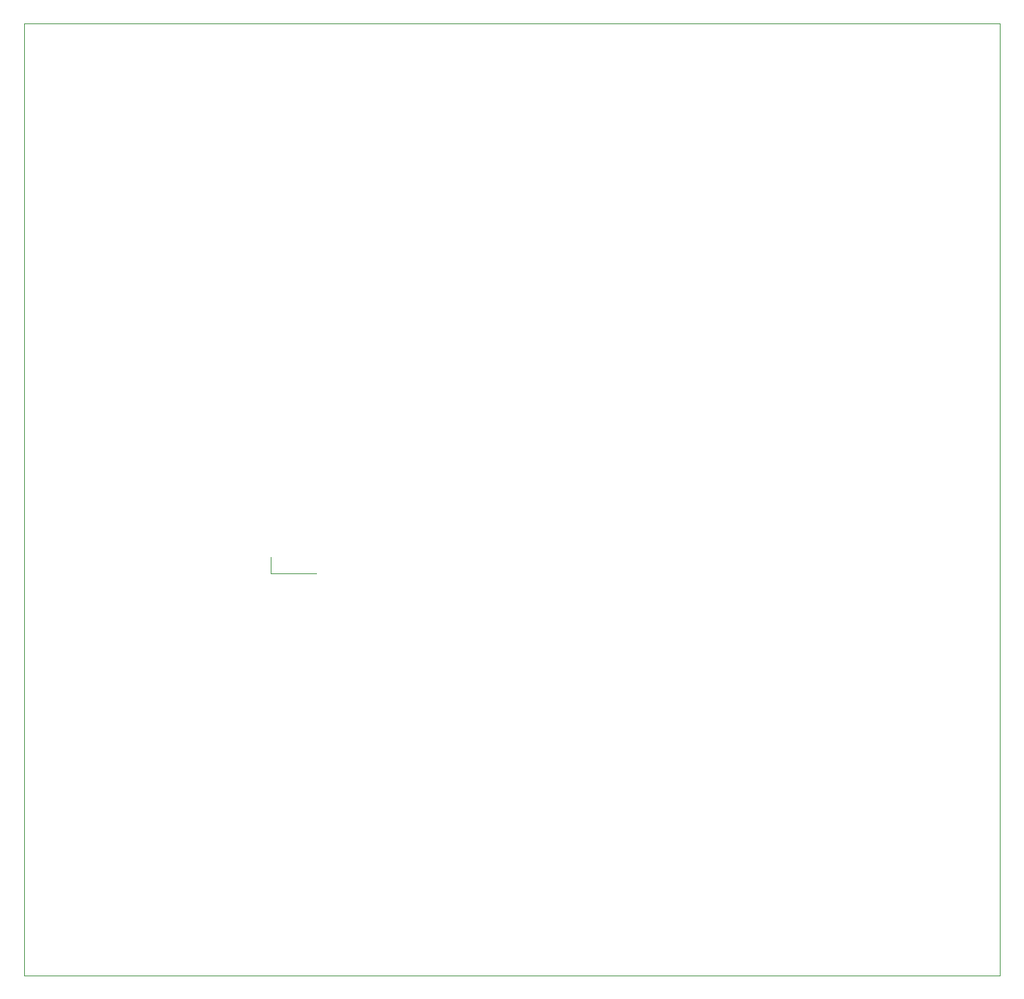
<source format=gbr>
G04 CAM350 V10.0.1 (Build 312) Date:  Fri Jul 29 09:56:06 2016 *
G04 Database: C:\arctmp\odbjob_v7\odbjob_v7.cam *
G04 Layer 7: outline+1 *
%FSLAX23Y23*%
%MOIN*%
%SFA1.000B1.000*%

%MIA0B0*%
%IPPOS*%
%LNoutline+1*%
%LPD*%
G54D10*
X14305Y10085D02*
G01Y5620D01*
X18880*
Y10085*
X14305*
X15675Y7506D02*
G01X15462D01*
Y7581*
M02*

</source>
